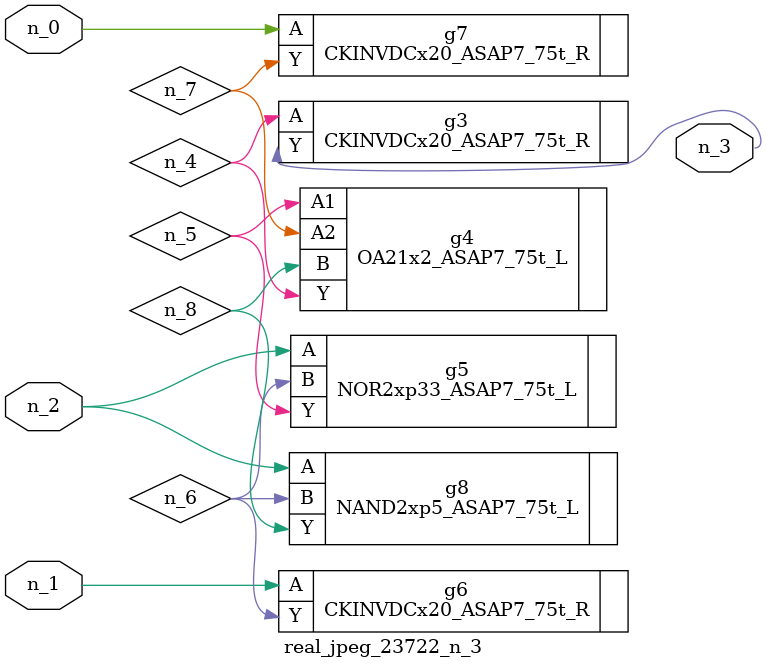
<source format=v>
module real_jpeg_23722_n_3 (n_1, n_0, n_2, n_3);

input n_1;
input n_0;
input n_2;

output n_3;

wire n_5;
wire n_4;
wire n_8;
wire n_6;
wire n_7;

CKINVDCx20_ASAP7_75t_R g7 ( 
.A(n_0),
.Y(n_7)
);

CKINVDCx20_ASAP7_75t_R g6 ( 
.A(n_1),
.Y(n_6)
);

NOR2xp33_ASAP7_75t_L g5 ( 
.A(n_2),
.B(n_6),
.Y(n_5)
);

NAND2xp5_ASAP7_75t_L g8 ( 
.A(n_2),
.B(n_6),
.Y(n_8)
);

CKINVDCx20_ASAP7_75t_R g3 ( 
.A(n_4),
.Y(n_3)
);

OA21x2_ASAP7_75t_L g4 ( 
.A1(n_5),
.A2(n_7),
.B(n_8),
.Y(n_4)
);


endmodule
</source>
